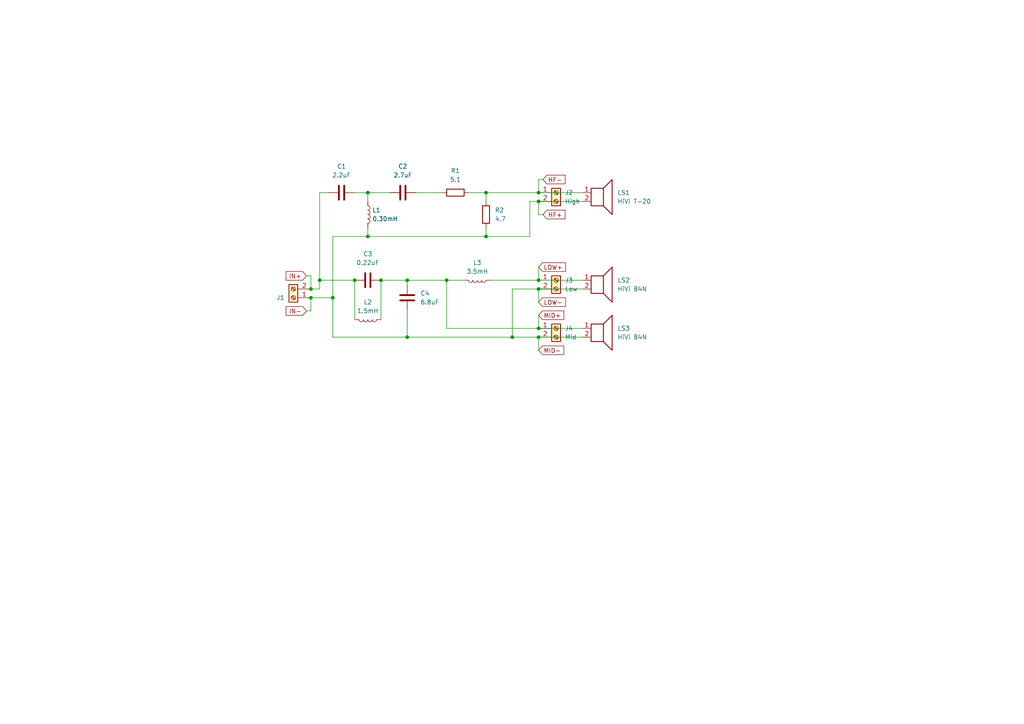
<source format=kicad_sch>
(kicad_sch (version 20231120) (generator "eeschema") (generator_version "8.0")
  (paper "A4")
  (lib_symbols
    (symbol "Connector:Screw_Terminal_01x02" (pin_names (offset 1.016) hide)
      (property "Reference" "J" (at 0 2.54 0))
      (property "Value" "Screw_Terminal_01x02" (at 0 -5.08 0))
      (symbol "Screw_Terminal_01x02_1_1"
        (rectangle (start -1.27 1.27) (end 1.27 -3.81) (stroke (width 0.254)) (fill (type background)))
        (circle (center 0 -2.54) (radius 0.635) (stroke (width 0.1524)))
        (polyline (pts (xy -0.5334 -2.2098) (xy 0.3302 -3.048)) (stroke (width 0.1524)))
        (polyline (pts (xy -0.5334 0.3302) (xy 0.3302 -0.508)) (stroke (width 0.1524)))
        (polyline (pts (xy -0.3556 -2.032) (xy 0.508 -2.8702)) (stroke (width 0.1524)))
        (polyline (pts (xy -0.3556 0.508) (xy 0.508 -0.3302)) (stroke (width 0.1524)))
        (circle (center 0 0) (radius 0.635) (stroke (width 0.1524)))
        (pin passive line (at -5.08 0 0) (length 3.81) (name "Pin_1") (number "1"))
        (pin passive line (at -5.08 -2.54 0) (length 3.81) (name "Pin_2") (number "2"))
      )
    )
    (symbol "Device:C" (pin_numbers hide) (pin_names (offset 0.254))
      (property "Reference" "C" (at 0.635 2.54 0))
      (property "Value" "C" (at 0.635 -2.54 0))
      (symbol "C_0_1"
        (polyline (pts (xy -2.032 -0.762) (xy 2.032 -0.762)) (stroke (width 0.508)))
        (polyline (pts (xy -2.032 0.762) (xy 2.032 0.762)) (stroke (width 0.508)))
      )
      (symbol "C_1_1"
        (pin passive line (at 0 3.81 270) (length 2.794) (name "~") (number "1"))
        (pin passive line (at 0 -3.81 90) (length 2.794) (name "~") (number "2"))
      )
    )
    (symbol "Device:L" (pin_numbers hide) (pin_names (offset 1.016) hide)
      (property "Reference" "L" (at -1.27 0 90))
      (property "Value" "L" (at 1.905 0 90))
      (symbol "L_0_1"
        (arc (start 0 -2.54) (mid 0.6323 -1.905) (end 0 -1.27))
        (arc (start 0 -1.27) (mid 0.6323 -0.635) (end 0 0))
        (arc (start 0 0) (mid 0.6323 0.635) (end 0 1.27))
        (arc (start 0 1.27) (mid 0.6323 1.905) (end 0 2.54))
      )
      (symbol "L_1_1"
        (pin passive line (at 0 3.81 270) (length 1.27) (name "1") (number "1"))
        (pin passive line (at 0 -3.81 90) (length 1.27) (name "2") (number "2"))
      )
    )
    (symbol "Device:R" (pin_numbers hide) (pin_names (offset 0))
      (property "Reference" "R" (at 2.032 0 90))
      (property "Value" "R" (at 0 0 90))
      (symbol "R_0_1"
        (rectangle (start -1.016 -2.54) (end 1.016 2.54) (stroke (width 0.254)))
      )
      (symbol "R_1_1"
        (pin passive line (at 0 3.81 270) (length 1.27) (name "~") (number "1"))
        (pin passive line (at 0 -3.81 90) (length 1.27) (name "~") (number "2"))
      )
    )
    (symbol "Device:Speaker" (pin_names (offset 0) hide)
      (property "Reference" "LS" (at 1.27 5.715 0))
      (property "Value" "Speaker" (at 1.27 3.81 0))
      (symbol "Speaker_0_0"
        (rectangle (start -2.54 1.27) (end 1.016 -3.81) (stroke (width 0.254)))
        (polyline (pts (xy 1.016 1.27) (xy 3.556 3.81) (xy 3.556 -6.35) (xy 1.016 -3.81)) (stroke (width 0.254)))
      )
      (symbol "Speaker_1_1"
        (pin input line (at -5.08 0 0) (length 2.54) (name "1") (number "1"))
        (pin input line (at -5.08 -2.54 0) (length 2.54) (name "2") (number "2"))
      )
    )
  )
  (junction (at 156.21 81.28))
  (junction (at 106.68 68.58))
  (junction (at 106.68 55.88))
  (junction (at 140.97 55.88))
  (junction (at 90.17 86.36))
  (junction (at 90.17 83.82))
  (junction (at 148.59 97.79))
  (junction (at 156.21 55.88))
  (junction (at 118.11 97.79))
  (junction (at 110.49 81.28))
  (junction (at 156.21 97.79))
  (junction (at 92.71 81.28))
  (junction (at 156.21 83.82))
  (junction (at 102.87 81.28))
  (junction (at 96.52 86.36))
  (junction (at 118.11 81.28))
  (junction (at 156.21 95.25))
  (junction (at 129.54 81.28))
  (junction (at 156.21 58.42))
  (junction (at 140.97 68.58))
  (wire (pts (xy 153.67 58.42) (xy 153.67 68.58)))
  (wire (pts (xy 92.71 83.82) (xy 90.17 83.82)))
  (wire (pts (xy 92.71 83.82) (xy 92.71 81.28)))
  (wire (pts (xy 148.59 83.82) (xy 156.21 83.82)))
  (wire (pts (xy 102.87 81.28) (xy 102.87 92.71)))
  (wire (pts (xy 156.21 55.88) (xy 168.91 55.88)))
  (wire (pts (xy 102.87 55.88) (xy 106.68 55.88)))
  (wire (pts (xy 96.52 68.58) (xy 96.52 86.36)))
  (wire (pts (xy 118.11 97.79) (xy 96.52 97.79)))
  (wire (pts (xy 102.87 81.28) (xy 92.71 81.28)))
  (wire (pts (xy 142.24 81.28) (xy 156.21 81.28)))
  (wire (pts (xy 148.59 97.79) (xy 118.11 97.79)))
  (wire (pts (xy 118.11 90.17) (xy 118.11 97.79)))
  (wire (pts (xy 129.54 95.25) (xy 156.21 95.25)))
  (wire (pts (xy 106.68 55.88) (xy 106.68 58.42)))
  (wire (pts (xy 129.54 95.25) (xy 129.54 81.28)))
  (wire (pts (xy 157.48 62.23) (xy 156.21 62.23)))
  (wire (pts (xy 156.21 91.44) (xy 156.21 95.25)))
  (wire (pts (xy 96.52 86.36) (xy 96.52 97.79)))
  (wire (pts (xy 118.11 81.28) (xy 118.11 82.55)))
  (wire (pts (xy 92.71 55.88) (xy 95.25 55.88)))
  (wire (pts (xy 156.21 52.07) (xy 156.21 55.88)))
  (wire (pts (xy 106.68 68.58) (xy 106.68 66.04)))
  (wire (pts (xy 156.21 77.47) (xy 156.21 81.28)))
  (wire (pts (xy 148.59 83.82) (xy 148.59 97.79)))
  (wire (pts (xy 156.21 97.79) (xy 168.91 97.79)))
  (wire (pts (xy 156.21 81.28) (xy 168.91 81.28)))
  (wire (pts (xy 106.68 68.58) (xy 140.97 68.58)))
  (wire (pts (xy 118.11 81.28) (xy 129.54 81.28)))
  (wire (pts (xy 156.21 95.25) (xy 168.91 95.25)))
  (wire (pts (xy 148.59 97.79) (xy 156.21 97.79)))
  (wire (pts (xy 140.97 68.58) (xy 153.67 68.58)))
  (wire (pts (xy 153.67 58.42) (xy 156.21 58.42)))
  (wire (pts (xy 92.71 81.28) (xy 92.71 55.88)))
  (wire (pts (xy 140.97 66.04) (xy 140.97 68.58)))
  (wire (pts (xy 106.68 55.88) (xy 113.03 55.88)))
  (wire (pts (xy 110.49 81.28) (xy 110.49 92.71)))
  (wire (pts (xy 90.17 80.01) (xy 90.17 83.82)))
  (wire (pts (xy 129.54 81.28) (xy 134.62 81.28)))
  (wire (pts (xy 90.17 86.36) (xy 96.52 86.36)))
  (wire (pts (xy 90.17 90.17) (xy 90.17 86.36)))
  (wire (pts (xy 135.89 55.88) (xy 140.97 55.88)))
  (wire (pts (xy 120.65 55.88) (xy 128.27 55.88)))
  (wire (pts (xy 140.97 55.88) (xy 156.21 55.88)))
  (wire (pts (xy 156.21 83.82) (xy 168.91 83.82)))
  (wire (pts (xy 140.97 55.88) (xy 140.97 58.42)))
  (wire (pts (xy 88.9 90.17) (xy 90.17 90.17)))
  (wire (pts (xy 156.21 58.42) (xy 168.91 58.42)))
  (wire (pts (xy 156.21 83.82) (xy 156.21 87.63)))
  (wire (pts (xy 118.11 81.28) (xy 110.49 81.28)))
  (wire (pts (xy 96.52 68.58) (xy 106.68 68.58)))
  (wire (pts (xy 156.21 97.79) (xy 156.21 101.6)))
  (wire (pts (xy 88.9 80.01) (xy 90.17 80.01)))
  (wire (pts (xy 156.21 62.23) (xy 156.21 58.42)))
  (wire (pts (xy 157.48 52.07) (xy 156.21 52.07)))
  (global_label "MID-" (shape input) (at 156.21 101.6 0) (property "Intersheetrefs" "${INTERSHEET_REFS}" (effects (hide yes))))
  (global_label "LOW-" (shape input) (at 156.21 87.63 0) (property "Intersheetrefs" "${INTERSHEET_REFS}" (effects (hide yes))))
  (global_label "IN-" (shape input) (at 88.9 90.17 180) (property "Intersheetrefs" "${INTERSHEET_REFS}" (effects (hide yes))))
  (global_label "HF+" (shape input) (at 157.48 62.23 0) (property "Intersheetrefs" "${INTERSHEET_REFS}" (effects (hide yes))))
  (global_label "IN+" (shape input) (at 88.9 80.01 180) (property "Intersheetrefs" "${INTERSHEET_REFS}" (effects (hide yes))))
  (global_label "HF-" (shape input) (at 157.48 52.07 0) (property "Intersheetrefs" "${INTERSHEET_REFS}" (effects (hide yes))))
  (global_label "MID+" (shape input) (at 156.21 91.44 0) (property "Intersheetrefs" "${INTERSHEET_REFS}" (effects (hide yes))))
  (global_label "LOW+" (shape input) (at 156.21 77.47 0) (property "Intersheetrefs" "${INTERSHEET_REFS}" (effects (hide yes))))
  (symbol (lib_id "Connector:Screw_Terminal_01x02") (at 85.09 86.36 180) (unit 1)
    (property "Reference" "J1" (at 82.55 86.3601 0) (effects (justify left)))
    (property "Value" "In" (effects (hide yes)))
    (property "Footprint" "TerminalBlock_Phoenix:TerminalBlock_Phoenix_MKDS-1,5-2-5.08_1x02_P5.08mm_Horizontal" (effects (hide yes)))
    (property "Description" "Generic screw terminal, single row, 01x02, script generated (kicad-library-utils/schlib/autogen/connector/)" (effects (hide yes)))
  )
  (symbol (lib_id "Device:Speaker") (at 173.99 55.88 0) (unit 1) (on_board no)
    (property "Reference" "LS1" (at 179.07 55.8799 0) (effects (justify left)))
    (property "Value" "HiVi T-20" (at 179.07 58.4199 0) (effects (justify left)))
    (property "Description" "Speaker" (effects (hide yes)))
  )
  (symbol (lib_id "Device:R") (at 132.08 55.88 270) (unit 1)
    (property "Reference" "R1" (at 132.08 49.53 90))
    (property "Value" "5.1" (at 132.08 52.07 90))
    (property "Footprint" "PCM_Resistor_THT_AKL:R_Axial_Power_L48.0mm_W12.5mm_P60.96mm" (effects (hide yes)))
    (property "Description" "Resistor" (effects (hide yes)))
  )
  (symbol (lib_id "Device:L") (at 106.68 62.23 0) (unit 1)
    (property "Reference" "L1" (at 107.95 60.9599 0) (effects (justify left)))
    (property "Value" "0.30mH" (at 107.95 63.4999 0) (effects (justify left)))
    (property "Footprint" "kicad-stephenhouser:L_Audio_D40_W18_Vertical" (effects (hide yes)))
    (property "Datasheet" "https://www.parts-express.com/Dayton-Audio-LW14-30-0.30mH-14-AWG-Perfect-Layer-Inductor-257-306?quantity=1" (effects (hide yes)))
    (property "Description" "Inductor" (effects (hide yes)))
  )
  (symbol (lib_id "Device:Speaker") (at 173.99 95.25 0) (unit 1) (on_board no)
    (property "Reference" "LS3" (at 179.07 95.2499 0) (effects (justify left)))
    (property "Value" "HiVi B4N" (at 179.07 97.7899 0) (effects (justify left)))
    (property "Description" "Speaker" (effects (hide yes)))
  )
  (symbol (lib_id "Device:L") (at 106.68 92.71 270) (unit 1)
    (property "Reference" "L2" (at 106.68 87.63 90))
    (property "Value" "1.5mH" (at 106.68 90.17 90))
    (property "Footprint" "kicad-stephenhouser:L_Audio_D48_W16_Horizontal" (effects (hide yes)))
    (property "Datasheet" "https://www.parts-express.com/Dayton-Audio-LW141-5-1.5mH-14-AWG-Perfect-Layer-Inductor-257-324?quantity=1" (effects (hide yes)))
    (property "Description" "Inductor" (effects (hide yes)))
  )
  (symbol (lib_id "Connector:Screw_Terminal_01x02") (at 161.29 81.28 0) (unit 1)
    (property "Reference" "J3" (at 163.83 81.2799 0) (effects (justify left)))
    (property "Value" "Low" (at 163.83 83.8199 0) (effects (justify left)))
    (property "Footprint" "TerminalBlock_Phoenix:TerminalBlock_Phoenix_MKDS-1,5-2-5.08_1x02_P5.08mm_Horizontal" (effects (hide yes)))
    (property "Description" "Generic screw terminal, single row, 01x02, script generated (kicad-library-utils/schlib/autogen/connector/)" (effects (hide yes)))
  )
  (symbol (lib_id "Device:R") (at 140.97 62.23 0) (unit 1)
    (property "Reference" "R2" (at 143.51 60.9599 0) (effects (justify left)))
    (property "Value" "4.7" (at 143.51 63.4999 0) (effects (justify left)))
    (property "Footprint" "PCM_Resistor_THT_AKL:R_Axial_Power_L48.0mm_W12.5mm_P60.96mm" (effects (hide yes)))
    (property "Description" "Resistor" (effects (hide yes)))
  )
  (symbol (lib_id "Device:C") (at 116.84 55.88 270) (unit 1)
    (property "Reference" "C2" (at 116.84 48.26 90))
    (property "Value" "2.7uF" (at 116.84 50.8 90))
    (property "Footprint" "kicad-stephenhouser:C_Audio_31x14" (effects (hide yes)))
    (property "Datasheet" "https://www.parts-express.com/Dayton-Audio-DMPC-2.7-2.7uF-250V-Polypropylene-Capacitor-027-416?quantity=1" (effects (hide yes)))
    (property "Description" "Unpolarized capacitor" (effects (hide yes)))
  )
  (symbol (lib_id "Device:C") (at 99.06 55.88 270) (unit 1)
    (property "Reference" "C1" (at 99.06 48.26 90))
    (property "Value" "2.2uF" (at 99.06 50.8 90))
    (property "Footprint" "kicad-stephenhouser:C_Audio_31x14" (effects (hide yes)))
    (property "Datasheet" "https://www.parts-express.com/Dayton-Audio-DMPC-2.2-2.2uF-250V-Polypropylene-Capacitor-027-415?quantity=1" (effects (hide yes)))
    (property "Description" "Unpolarized capacitor" (effects (hide yes)))
  )
  (symbol (lib_id "Device:C") (at 118.11 86.36 0) (unit 1)
    (property "Reference" "C4" (at 121.92 85.0899 0) (effects (justify left)))
    (property "Value" "6.8uF" (at 121.92 87.6299 0) (effects (justify left)))
    (property "Footprint" "kicad-stephenhouser:C_Audio_45x18" (effects (hide yes)))
    (property "Datasheet" "https://www.parts-express.com/Dayton-Audio-DMPC-6.8-6.8uF-250V-Polypropylene-Capacitor-027-424?quantity=1" (effects (hide yes)))
    (property "Description" "Unpolarized capacitor" (effects (hide yes)))
  )
  (symbol (lib_id "Device:Speaker") (at 173.99 81.28 0) (unit 1) (on_board no)
    (property "Reference" "LS2" (at 179.07 81.2799 0) (effects (justify left)))
    (property "Value" "HiVi B4N" (at 179.07 83.8199 0) (effects (justify left)))
    (property "Description" "Speaker" (effects (hide yes)))
  )
  (symbol (lib_id "Connector:Screw_Terminal_01x02") (at 161.29 55.88 0) (unit 1)
    (property "Reference" "J2" (at 163.83 55.8799 0) (effects (justify left)))
    (property "Value" "High" (at 163.83 58.4199 0) (effects (justify left)))
    (property "Footprint" "TerminalBlock_Phoenix:TerminalBlock_Phoenix_MKDS-1,5-2-5.08_1x02_P5.08mm_Horizontal" (effects (hide yes)))
    (property "Description" "Generic screw terminal, single row, 01x02, script generated (kicad-library-utils/schlib/autogen/connector/)" (effects (hide yes)))
  )
  (symbol (lib_id "Device:L") (at 138.43 81.28 270) (unit 1)
    (property "Reference" "L3" (at 138.43 76.2 90))
    (property "Value" "3.5mH" (at 138.43 78.74 90))
    (property "Footprint" "kicad-stephenhouser:L_Audio_61x38_Iron" (effects (hide yes)))
    (property "Datasheet" "https://www.parts-express.com/Dayton-Audio-IC183-5-3.5mH-18-AWG-Laminated-Iron-Core-Inductor-257-660?quantity=1" (effects (hide yes)))
    (property "Description" "Inductor" (effects (hide yes)))
  )
  (symbol (lib_id "Connector:Screw_Terminal_01x02") (at 161.29 95.25 0) (unit 1)
    (property "Reference" "J4" (at 163.83 95.2499 0) (effects (justify left)))
    (property "Value" "Mid" (at 163.83 97.7899 0) (effects (justify left)))
    (property "Footprint" "TerminalBlock_Phoenix:TerminalBlock_Phoenix_MKDS-1,5-2-5.08_1x02_P5.08mm_Horizontal" (effects (hide yes)))
    (property "Description" "Generic screw terminal, single row, 01x02, script generated (kicad-library-utils/schlib/autogen/connector/)" (effects (hide yes)))
  )
  (symbol (lib_id "Device:C") (at 106.68 81.28 270) (unit 1)
    (property "Reference" "C3" (at 106.68 73.66 90))
    (property "Value" "0.22uF" (at 106.68 76.2 90))
    (property "Footprint" "kicad-stephenhouser:C_Audio_18x07" (effects (hide yes)))
    (property "Description" "Unpolarized capacitor" (effects (hide yes)))
  )
)
</source>
